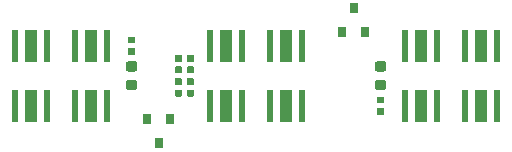
<source format=gbr>
G04 #@! TF.GenerationSoftware,KiCad,Pcbnew,(5.1.4)-1*
G04 #@! TF.CreationDate,2020-07-19T23:42:20-07:00*
G04 #@! TF.ProjectId,SkateLightBackLEDBoard,536b6174-654c-4696-9768-744261636b4c,rev?*
G04 #@! TF.SameCoordinates,Original*
G04 #@! TF.FileFunction,Paste,Top*
G04 #@! TF.FilePolarity,Positive*
%FSLAX46Y46*%
G04 Gerber Fmt 4.6, Leading zero omitted, Abs format (unit mm)*
G04 Created by KiCad (PCBNEW (5.1.4)-1) date 2020-07-19 23:42:20*
%MOMM*%
%LPD*%
G04 APERTURE LIST*
%ADD10R,0.500000X2.700000*%
%ADD11R,1.000000X2.700000*%
%ADD12C,0.100000*%
%ADD13C,0.590000*%
%ADD14C,0.875000*%
%ADD15R,0.800000X0.900000*%
G04 APERTURE END LIST*
D10*
X-20400000Y2540000D03*
X-17700000Y2540000D03*
D11*
X-19050000Y2540000D03*
D12*
G36*
X10727958Y-2730710D02*
G01*
X10742276Y-2732834D01*
X10756317Y-2736351D01*
X10769946Y-2741228D01*
X10783031Y-2747417D01*
X10795447Y-2754858D01*
X10807073Y-2763481D01*
X10817798Y-2773202D01*
X10827519Y-2783927D01*
X10836142Y-2795553D01*
X10843583Y-2807969D01*
X10849772Y-2821054D01*
X10854649Y-2834683D01*
X10858166Y-2848724D01*
X10860290Y-2863042D01*
X10861000Y-2877500D01*
X10861000Y-3172500D01*
X10860290Y-3186958D01*
X10858166Y-3201276D01*
X10854649Y-3215317D01*
X10849772Y-3228946D01*
X10843583Y-3242031D01*
X10836142Y-3254447D01*
X10827519Y-3266073D01*
X10817798Y-3276798D01*
X10807073Y-3286519D01*
X10795447Y-3295142D01*
X10783031Y-3302583D01*
X10769946Y-3308772D01*
X10756317Y-3313649D01*
X10742276Y-3317166D01*
X10727958Y-3319290D01*
X10713500Y-3320000D01*
X10368500Y-3320000D01*
X10354042Y-3319290D01*
X10339724Y-3317166D01*
X10325683Y-3313649D01*
X10312054Y-3308772D01*
X10298969Y-3302583D01*
X10286553Y-3295142D01*
X10274927Y-3286519D01*
X10264202Y-3276798D01*
X10254481Y-3266073D01*
X10245858Y-3254447D01*
X10238417Y-3242031D01*
X10232228Y-3228946D01*
X10227351Y-3215317D01*
X10223834Y-3201276D01*
X10221710Y-3186958D01*
X10221000Y-3172500D01*
X10221000Y-2877500D01*
X10221710Y-2863042D01*
X10223834Y-2848724D01*
X10227351Y-2834683D01*
X10232228Y-2821054D01*
X10238417Y-2807969D01*
X10245858Y-2795553D01*
X10254481Y-2783927D01*
X10264202Y-2773202D01*
X10274927Y-2763481D01*
X10286553Y-2754858D01*
X10298969Y-2747417D01*
X10312054Y-2741228D01*
X10325683Y-2736351D01*
X10339724Y-2732834D01*
X10354042Y-2730710D01*
X10368500Y-2730000D01*
X10713500Y-2730000D01*
X10727958Y-2730710D01*
X10727958Y-2730710D01*
G37*
D13*
X10541000Y-3025000D03*
D12*
G36*
X10727958Y-1760710D02*
G01*
X10742276Y-1762834D01*
X10756317Y-1766351D01*
X10769946Y-1771228D01*
X10783031Y-1777417D01*
X10795447Y-1784858D01*
X10807073Y-1793481D01*
X10817798Y-1803202D01*
X10827519Y-1813927D01*
X10836142Y-1825553D01*
X10843583Y-1837969D01*
X10849772Y-1851054D01*
X10854649Y-1864683D01*
X10858166Y-1878724D01*
X10860290Y-1893042D01*
X10861000Y-1907500D01*
X10861000Y-2202500D01*
X10860290Y-2216958D01*
X10858166Y-2231276D01*
X10854649Y-2245317D01*
X10849772Y-2258946D01*
X10843583Y-2272031D01*
X10836142Y-2284447D01*
X10827519Y-2296073D01*
X10817798Y-2306798D01*
X10807073Y-2316519D01*
X10795447Y-2325142D01*
X10783031Y-2332583D01*
X10769946Y-2338772D01*
X10756317Y-2343649D01*
X10742276Y-2347166D01*
X10727958Y-2349290D01*
X10713500Y-2350000D01*
X10368500Y-2350000D01*
X10354042Y-2349290D01*
X10339724Y-2347166D01*
X10325683Y-2343649D01*
X10312054Y-2338772D01*
X10298969Y-2332583D01*
X10286553Y-2325142D01*
X10274927Y-2316519D01*
X10264202Y-2306798D01*
X10254481Y-2296073D01*
X10245858Y-2284447D01*
X10238417Y-2272031D01*
X10232228Y-2258946D01*
X10227351Y-2245317D01*
X10223834Y-2231276D01*
X10221710Y-2216958D01*
X10221000Y-2202500D01*
X10221000Y-1907500D01*
X10221710Y-1893042D01*
X10223834Y-1878724D01*
X10227351Y-1864683D01*
X10232228Y-1851054D01*
X10238417Y-1837969D01*
X10245858Y-1825553D01*
X10254481Y-1813927D01*
X10264202Y-1803202D01*
X10274927Y-1793481D01*
X10286553Y-1784858D01*
X10298969Y-1777417D01*
X10312054Y-1771228D01*
X10325683Y-1766351D01*
X10339724Y-1762834D01*
X10354042Y-1760710D01*
X10368500Y-1760000D01*
X10713500Y-1760000D01*
X10727958Y-1760710D01*
X10727958Y-1760710D01*
G37*
D13*
X10541000Y-2055000D03*
D12*
G36*
X10818691Y-351053D02*
G01*
X10839926Y-354203D01*
X10860750Y-359419D01*
X10880962Y-366651D01*
X10900368Y-375830D01*
X10918781Y-386866D01*
X10936024Y-399654D01*
X10951930Y-414070D01*
X10966346Y-429976D01*
X10979134Y-447219D01*
X10990170Y-465632D01*
X10999349Y-485038D01*
X11006581Y-505250D01*
X11011797Y-526074D01*
X11014947Y-547309D01*
X11016000Y-568750D01*
X11016000Y-1006250D01*
X11014947Y-1027691D01*
X11011797Y-1048926D01*
X11006581Y-1069750D01*
X10999349Y-1089962D01*
X10990170Y-1109368D01*
X10979134Y-1127781D01*
X10966346Y-1145024D01*
X10951930Y-1160930D01*
X10936024Y-1175346D01*
X10918781Y-1188134D01*
X10900368Y-1199170D01*
X10880962Y-1208349D01*
X10860750Y-1215581D01*
X10839926Y-1220797D01*
X10818691Y-1223947D01*
X10797250Y-1225000D01*
X10284750Y-1225000D01*
X10263309Y-1223947D01*
X10242074Y-1220797D01*
X10221250Y-1215581D01*
X10201038Y-1208349D01*
X10181632Y-1199170D01*
X10163219Y-1188134D01*
X10145976Y-1175346D01*
X10130070Y-1160930D01*
X10115654Y-1145024D01*
X10102866Y-1127781D01*
X10091830Y-1109368D01*
X10082651Y-1089962D01*
X10075419Y-1069750D01*
X10070203Y-1048926D01*
X10067053Y-1027691D01*
X10066000Y-1006250D01*
X10066000Y-568750D01*
X10067053Y-547309D01*
X10070203Y-526074D01*
X10075419Y-505250D01*
X10082651Y-485038D01*
X10091830Y-465632D01*
X10102866Y-447219D01*
X10115654Y-429976D01*
X10130070Y-414070D01*
X10145976Y-399654D01*
X10163219Y-386866D01*
X10181632Y-375830D01*
X10201038Y-366651D01*
X10221250Y-359419D01*
X10242074Y-354203D01*
X10263309Y-351053D01*
X10284750Y-350000D01*
X10797250Y-350000D01*
X10818691Y-351053D01*
X10818691Y-351053D01*
G37*
D14*
X10541000Y-787500D03*
D12*
G36*
X10818691Y1223947D02*
G01*
X10839926Y1220797D01*
X10860750Y1215581D01*
X10880962Y1208349D01*
X10900368Y1199170D01*
X10918781Y1188134D01*
X10936024Y1175346D01*
X10951930Y1160930D01*
X10966346Y1145024D01*
X10979134Y1127781D01*
X10990170Y1109368D01*
X10999349Y1089962D01*
X11006581Y1069750D01*
X11011797Y1048926D01*
X11014947Y1027691D01*
X11016000Y1006250D01*
X11016000Y568750D01*
X11014947Y547309D01*
X11011797Y526074D01*
X11006581Y505250D01*
X10999349Y485038D01*
X10990170Y465632D01*
X10979134Y447219D01*
X10966346Y429976D01*
X10951930Y414070D01*
X10936024Y399654D01*
X10918781Y386866D01*
X10900368Y375830D01*
X10880962Y366651D01*
X10860750Y359419D01*
X10839926Y354203D01*
X10818691Y351053D01*
X10797250Y350000D01*
X10284750Y350000D01*
X10263309Y351053D01*
X10242074Y354203D01*
X10221250Y359419D01*
X10201038Y366651D01*
X10181632Y375830D01*
X10163219Y386866D01*
X10145976Y399654D01*
X10130070Y414070D01*
X10115654Y429976D01*
X10102866Y447219D01*
X10091830Y465632D01*
X10082651Y485038D01*
X10075419Y505250D01*
X10070203Y526074D01*
X10067053Y547309D01*
X10066000Y568750D01*
X10066000Y1006250D01*
X10067053Y1027691D01*
X10070203Y1048926D01*
X10075419Y1069750D01*
X10082651Y1089962D01*
X10091830Y1109368D01*
X10102866Y1127781D01*
X10115654Y1145024D01*
X10130070Y1160930D01*
X10145976Y1175346D01*
X10163219Y1188134D01*
X10181632Y1199170D01*
X10201038Y1208349D01*
X10221250Y1215581D01*
X10242074Y1220797D01*
X10263309Y1223947D01*
X10284750Y1225000D01*
X10797250Y1225000D01*
X10818691Y1223947D01*
X10818691Y1223947D01*
G37*
D14*
X10541000Y787500D03*
D15*
X8255000Y5699000D03*
X9205000Y3699000D03*
X7305000Y3699000D03*
X-8255000Y-5699000D03*
X-9205000Y-3699000D03*
X-7305000Y-3699000D03*
D12*
G36*
X-5373702Y1762850D02*
G01*
X-5359384Y1760726D01*
X-5345343Y1757209D01*
X-5331714Y1752332D01*
X-5318629Y1746143D01*
X-5306213Y1738702D01*
X-5294587Y1730079D01*
X-5283862Y1720358D01*
X-5274141Y1709633D01*
X-5265518Y1698007D01*
X-5258077Y1685591D01*
X-5251888Y1672506D01*
X-5247011Y1658877D01*
X-5243494Y1644836D01*
X-5241370Y1630518D01*
X-5240660Y1616060D01*
X-5240660Y1321060D01*
X-5241370Y1306602D01*
X-5243494Y1292284D01*
X-5247011Y1278243D01*
X-5251888Y1264614D01*
X-5258077Y1251529D01*
X-5265518Y1239113D01*
X-5274141Y1227487D01*
X-5283862Y1216762D01*
X-5294587Y1207041D01*
X-5306213Y1198418D01*
X-5318629Y1190977D01*
X-5331714Y1184788D01*
X-5345343Y1179911D01*
X-5359384Y1176394D01*
X-5373702Y1174270D01*
X-5388160Y1173560D01*
X-5733160Y1173560D01*
X-5747618Y1174270D01*
X-5761936Y1176394D01*
X-5775977Y1179911D01*
X-5789606Y1184788D01*
X-5802691Y1190977D01*
X-5815107Y1198418D01*
X-5826733Y1207041D01*
X-5837458Y1216762D01*
X-5847179Y1227487D01*
X-5855802Y1239113D01*
X-5863243Y1251529D01*
X-5869432Y1264614D01*
X-5874309Y1278243D01*
X-5877826Y1292284D01*
X-5879950Y1306602D01*
X-5880660Y1321060D01*
X-5880660Y1616060D01*
X-5879950Y1630518D01*
X-5877826Y1644836D01*
X-5874309Y1658877D01*
X-5869432Y1672506D01*
X-5863243Y1685591D01*
X-5855802Y1698007D01*
X-5847179Y1709633D01*
X-5837458Y1720358D01*
X-5826733Y1730079D01*
X-5815107Y1738702D01*
X-5802691Y1746143D01*
X-5789606Y1752332D01*
X-5775977Y1757209D01*
X-5761936Y1760726D01*
X-5747618Y1762850D01*
X-5733160Y1763560D01*
X-5388160Y1763560D01*
X-5373702Y1762850D01*
X-5373702Y1762850D01*
G37*
D13*
X-5560660Y1468560D03*
D12*
G36*
X-5373702Y792850D02*
G01*
X-5359384Y790726D01*
X-5345343Y787209D01*
X-5331714Y782332D01*
X-5318629Y776143D01*
X-5306213Y768702D01*
X-5294587Y760079D01*
X-5283862Y750358D01*
X-5274141Y739633D01*
X-5265518Y728007D01*
X-5258077Y715591D01*
X-5251888Y702506D01*
X-5247011Y688877D01*
X-5243494Y674836D01*
X-5241370Y660518D01*
X-5240660Y646060D01*
X-5240660Y351060D01*
X-5241370Y336602D01*
X-5243494Y322284D01*
X-5247011Y308243D01*
X-5251888Y294614D01*
X-5258077Y281529D01*
X-5265518Y269113D01*
X-5274141Y257487D01*
X-5283862Y246762D01*
X-5294587Y237041D01*
X-5306213Y228418D01*
X-5318629Y220977D01*
X-5331714Y214788D01*
X-5345343Y209911D01*
X-5359384Y206394D01*
X-5373702Y204270D01*
X-5388160Y203560D01*
X-5733160Y203560D01*
X-5747618Y204270D01*
X-5761936Y206394D01*
X-5775977Y209911D01*
X-5789606Y214788D01*
X-5802691Y220977D01*
X-5815107Y228418D01*
X-5826733Y237041D01*
X-5837458Y246762D01*
X-5847179Y257487D01*
X-5855802Y269113D01*
X-5863243Y281529D01*
X-5869432Y294614D01*
X-5874309Y308243D01*
X-5877826Y322284D01*
X-5879950Y336602D01*
X-5880660Y351060D01*
X-5880660Y646060D01*
X-5879950Y660518D01*
X-5877826Y674836D01*
X-5874309Y688877D01*
X-5869432Y702506D01*
X-5863243Y715591D01*
X-5855802Y728007D01*
X-5847179Y739633D01*
X-5837458Y750358D01*
X-5826733Y760079D01*
X-5815107Y768702D01*
X-5802691Y776143D01*
X-5789606Y782332D01*
X-5775977Y787209D01*
X-5761936Y790726D01*
X-5747618Y792850D01*
X-5733160Y793560D01*
X-5388160Y793560D01*
X-5373702Y792850D01*
X-5373702Y792850D01*
G37*
D13*
X-5560660Y498560D03*
D12*
G36*
X-6389702Y1762850D02*
G01*
X-6375384Y1760726D01*
X-6361343Y1757209D01*
X-6347714Y1752332D01*
X-6334629Y1746143D01*
X-6322213Y1738702D01*
X-6310587Y1730079D01*
X-6299862Y1720358D01*
X-6290141Y1709633D01*
X-6281518Y1698007D01*
X-6274077Y1685591D01*
X-6267888Y1672506D01*
X-6263011Y1658877D01*
X-6259494Y1644836D01*
X-6257370Y1630518D01*
X-6256660Y1616060D01*
X-6256660Y1321060D01*
X-6257370Y1306602D01*
X-6259494Y1292284D01*
X-6263011Y1278243D01*
X-6267888Y1264614D01*
X-6274077Y1251529D01*
X-6281518Y1239113D01*
X-6290141Y1227487D01*
X-6299862Y1216762D01*
X-6310587Y1207041D01*
X-6322213Y1198418D01*
X-6334629Y1190977D01*
X-6347714Y1184788D01*
X-6361343Y1179911D01*
X-6375384Y1176394D01*
X-6389702Y1174270D01*
X-6404160Y1173560D01*
X-6749160Y1173560D01*
X-6763618Y1174270D01*
X-6777936Y1176394D01*
X-6791977Y1179911D01*
X-6805606Y1184788D01*
X-6818691Y1190977D01*
X-6831107Y1198418D01*
X-6842733Y1207041D01*
X-6853458Y1216762D01*
X-6863179Y1227487D01*
X-6871802Y1239113D01*
X-6879243Y1251529D01*
X-6885432Y1264614D01*
X-6890309Y1278243D01*
X-6893826Y1292284D01*
X-6895950Y1306602D01*
X-6896660Y1321060D01*
X-6896660Y1616060D01*
X-6895950Y1630518D01*
X-6893826Y1644836D01*
X-6890309Y1658877D01*
X-6885432Y1672506D01*
X-6879243Y1685591D01*
X-6871802Y1698007D01*
X-6863179Y1709633D01*
X-6853458Y1720358D01*
X-6842733Y1730079D01*
X-6831107Y1738702D01*
X-6818691Y1746143D01*
X-6805606Y1752332D01*
X-6791977Y1757209D01*
X-6777936Y1760726D01*
X-6763618Y1762850D01*
X-6749160Y1763560D01*
X-6404160Y1763560D01*
X-6389702Y1762850D01*
X-6389702Y1762850D01*
G37*
D13*
X-6576660Y1468560D03*
D12*
G36*
X-6389702Y792850D02*
G01*
X-6375384Y790726D01*
X-6361343Y787209D01*
X-6347714Y782332D01*
X-6334629Y776143D01*
X-6322213Y768702D01*
X-6310587Y760079D01*
X-6299862Y750358D01*
X-6290141Y739633D01*
X-6281518Y728007D01*
X-6274077Y715591D01*
X-6267888Y702506D01*
X-6263011Y688877D01*
X-6259494Y674836D01*
X-6257370Y660518D01*
X-6256660Y646060D01*
X-6256660Y351060D01*
X-6257370Y336602D01*
X-6259494Y322284D01*
X-6263011Y308243D01*
X-6267888Y294614D01*
X-6274077Y281529D01*
X-6281518Y269113D01*
X-6290141Y257487D01*
X-6299862Y246762D01*
X-6310587Y237041D01*
X-6322213Y228418D01*
X-6334629Y220977D01*
X-6347714Y214788D01*
X-6361343Y209911D01*
X-6375384Y206394D01*
X-6389702Y204270D01*
X-6404160Y203560D01*
X-6749160Y203560D01*
X-6763618Y204270D01*
X-6777936Y206394D01*
X-6791977Y209911D01*
X-6805606Y214788D01*
X-6818691Y220977D01*
X-6831107Y228418D01*
X-6842733Y237041D01*
X-6853458Y246762D01*
X-6863179Y257487D01*
X-6871802Y269113D01*
X-6879243Y281529D01*
X-6885432Y294614D01*
X-6890309Y308243D01*
X-6893826Y322284D01*
X-6895950Y336602D01*
X-6896660Y351060D01*
X-6896660Y646060D01*
X-6895950Y660518D01*
X-6893826Y674836D01*
X-6890309Y688877D01*
X-6885432Y702506D01*
X-6879243Y715591D01*
X-6871802Y728007D01*
X-6863179Y739633D01*
X-6853458Y750358D01*
X-6842733Y760079D01*
X-6831107Y768702D01*
X-6818691Y776143D01*
X-6805606Y782332D01*
X-6791977Y787209D01*
X-6777936Y790726D01*
X-6763618Y792850D01*
X-6749160Y793560D01*
X-6404160Y793560D01*
X-6389702Y792850D01*
X-6389702Y792850D01*
G37*
D13*
X-6576660Y498560D03*
D12*
G36*
X-10263309Y1223947D02*
G01*
X-10242074Y1220797D01*
X-10221250Y1215581D01*
X-10201038Y1208349D01*
X-10181632Y1199170D01*
X-10163219Y1188134D01*
X-10145976Y1175346D01*
X-10130070Y1160930D01*
X-10115654Y1145024D01*
X-10102866Y1127781D01*
X-10091830Y1109368D01*
X-10082651Y1089962D01*
X-10075419Y1069750D01*
X-10070203Y1048926D01*
X-10067053Y1027691D01*
X-10066000Y1006250D01*
X-10066000Y568750D01*
X-10067053Y547309D01*
X-10070203Y526074D01*
X-10075419Y505250D01*
X-10082651Y485038D01*
X-10091830Y465632D01*
X-10102866Y447219D01*
X-10115654Y429976D01*
X-10130070Y414070D01*
X-10145976Y399654D01*
X-10163219Y386866D01*
X-10181632Y375830D01*
X-10201038Y366651D01*
X-10221250Y359419D01*
X-10242074Y354203D01*
X-10263309Y351053D01*
X-10284750Y350000D01*
X-10797250Y350000D01*
X-10818691Y351053D01*
X-10839926Y354203D01*
X-10860750Y359419D01*
X-10880962Y366651D01*
X-10900368Y375830D01*
X-10918781Y386866D01*
X-10936024Y399654D01*
X-10951930Y414070D01*
X-10966346Y429976D01*
X-10979134Y447219D01*
X-10990170Y465632D01*
X-10999349Y485038D01*
X-11006581Y505250D01*
X-11011797Y526074D01*
X-11014947Y547309D01*
X-11016000Y568750D01*
X-11016000Y1006250D01*
X-11014947Y1027691D01*
X-11011797Y1048926D01*
X-11006581Y1069750D01*
X-10999349Y1089962D01*
X-10990170Y1109368D01*
X-10979134Y1127781D01*
X-10966346Y1145024D01*
X-10951930Y1160930D01*
X-10936024Y1175346D01*
X-10918781Y1188134D01*
X-10900368Y1199170D01*
X-10880962Y1208349D01*
X-10860750Y1215581D01*
X-10839926Y1220797D01*
X-10818691Y1223947D01*
X-10797250Y1225000D01*
X-10284750Y1225000D01*
X-10263309Y1223947D01*
X-10263309Y1223947D01*
G37*
D14*
X-10541000Y787500D03*
D12*
G36*
X-10263309Y-351053D02*
G01*
X-10242074Y-354203D01*
X-10221250Y-359419D01*
X-10201038Y-366651D01*
X-10181632Y-375830D01*
X-10163219Y-386866D01*
X-10145976Y-399654D01*
X-10130070Y-414070D01*
X-10115654Y-429976D01*
X-10102866Y-447219D01*
X-10091830Y-465632D01*
X-10082651Y-485038D01*
X-10075419Y-505250D01*
X-10070203Y-526074D01*
X-10067053Y-547309D01*
X-10066000Y-568750D01*
X-10066000Y-1006250D01*
X-10067053Y-1027691D01*
X-10070203Y-1048926D01*
X-10075419Y-1069750D01*
X-10082651Y-1089962D01*
X-10091830Y-1109368D01*
X-10102866Y-1127781D01*
X-10115654Y-1145024D01*
X-10130070Y-1160930D01*
X-10145976Y-1175346D01*
X-10163219Y-1188134D01*
X-10181632Y-1199170D01*
X-10201038Y-1208349D01*
X-10221250Y-1215581D01*
X-10242074Y-1220797D01*
X-10263309Y-1223947D01*
X-10284750Y-1225000D01*
X-10797250Y-1225000D01*
X-10818691Y-1223947D01*
X-10839926Y-1220797D01*
X-10860750Y-1215581D01*
X-10880962Y-1208349D01*
X-10900368Y-1199170D01*
X-10918781Y-1188134D01*
X-10936024Y-1175346D01*
X-10951930Y-1160930D01*
X-10966346Y-1145024D01*
X-10979134Y-1127781D01*
X-10990170Y-1109368D01*
X-10999349Y-1089962D01*
X-11006581Y-1069750D01*
X-11011797Y-1048926D01*
X-11014947Y-1027691D01*
X-11016000Y-1006250D01*
X-11016000Y-568750D01*
X-11014947Y-547309D01*
X-11011797Y-526074D01*
X-11006581Y-505250D01*
X-10999349Y-485038D01*
X-10990170Y-465632D01*
X-10979134Y-447219D01*
X-10966346Y-429976D01*
X-10951930Y-414070D01*
X-10936024Y-399654D01*
X-10918781Y-386866D01*
X-10900368Y-375830D01*
X-10880962Y-366651D01*
X-10860750Y-359419D01*
X-10839926Y-354203D01*
X-10818691Y-351053D01*
X-10797250Y-350000D01*
X-10284750Y-350000D01*
X-10263309Y-351053D01*
X-10263309Y-351053D01*
G37*
D14*
X-10541000Y-787500D03*
D12*
G36*
X-10354042Y3319290D02*
G01*
X-10339724Y3317166D01*
X-10325683Y3313649D01*
X-10312054Y3308772D01*
X-10298969Y3302583D01*
X-10286553Y3295142D01*
X-10274927Y3286519D01*
X-10264202Y3276798D01*
X-10254481Y3266073D01*
X-10245858Y3254447D01*
X-10238417Y3242031D01*
X-10232228Y3228946D01*
X-10227351Y3215317D01*
X-10223834Y3201276D01*
X-10221710Y3186958D01*
X-10221000Y3172500D01*
X-10221000Y2877500D01*
X-10221710Y2863042D01*
X-10223834Y2848724D01*
X-10227351Y2834683D01*
X-10232228Y2821054D01*
X-10238417Y2807969D01*
X-10245858Y2795553D01*
X-10254481Y2783927D01*
X-10264202Y2773202D01*
X-10274927Y2763481D01*
X-10286553Y2754858D01*
X-10298969Y2747417D01*
X-10312054Y2741228D01*
X-10325683Y2736351D01*
X-10339724Y2732834D01*
X-10354042Y2730710D01*
X-10368500Y2730000D01*
X-10713500Y2730000D01*
X-10727958Y2730710D01*
X-10742276Y2732834D01*
X-10756317Y2736351D01*
X-10769946Y2741228D01*
X-10783031Y2747417D01*
X-10795447Y2754858D01*
X-10807073Y2763481D01*
X-10817798Y2773202D01*
X-10827519Y2783927D01*
X-10836142Y2795553D01*
X-10843583Y2807969D01*
X-10849772Y2821054D01*
X-10854649Y2834683D01*
X-10858166Y2848724D01*
X-10860290Y2863042D01*
X-10861000Y2877500D01*
X-10861000Y3172500D01*
X-10860290Y3186958D01*
X-10858166Y3201276D01*
X-10854649Y3215317D01*
X-10849772Y3228946D01*
X-10843583Y3242031D01*
X-10836142Y3254447D01*
X-10827519Y3266073D01*
X-10817798Y3276798D01*
X-10807073Y3286519D01*
X-10795447Y3295142D01*
X-10783031Y3302583D01*
X-10769946Y3308772D01*
X-10756317Y3313649D01*
X-10742276Y3317166D01*
X-10727958Y3319290D01*
X-10713500Y3320000D01*
X-10368500Y3320000D01*
X-10354042Y3319290D01*
X-10354042Y3319290D01*
G37*
D13*
X-10541000Y3025000D03*
D12*
G36*
X-10354042Y2349290D02*
G01*
X-10339724Y2347166D01*
X-10325683Y2343649D01*
X-10312054Y2338772D01*
X-10298969Y2332583D01*
X-10286553Y2325142D01*
X-10274927Y2316519D01*
X-10264202Y2306798D01*
X-10254481Y2296073D01*
X-10245858Y2284447D01*
X-10238417Y2272031D01*
X-10232228Y2258946D01*
X-10227351Y2245317D01*
X-10223834Y2231276D01*
X-10221710Y2216958D01*
X-10221000Y2202500D01*
X-10221000Y1907500D01*
X-10221710Y1893042D01*
X-10223834Y1878724D01*
X-10227351Y1864683D01*
X-10232228Y1851054D01*
X-10238417Y1837969D01*
X-10245858Y1825553D01*
X-10254481Y1813927D01*
X-10264202Y1803202D01*
X-10274927Y1793481D01*
X-10286553Y1784858D01*
X-10298969Y1777417D01*
X-10312054Y1771228D01*
X-10325683Y1766351D01*
X-10339724Y1762834D01*
X-10354042Y1760710D01*
X-10368500Y1760000D01*
X-10713500Y1760000D01*
X-10727958Y1760710D01*
X-10742276Y1762834D01*
X-10756317Y1766351D01*
X-10769946Y1771228D01*
X-10783031Y1777417D01*
X-10795447Y1784858D01*
X-10807073Y1793481D01*
X-10817798Y1803202D01*
X-10827519Y1813927D01*
X-10836142Y1825553D01*
X-10843583Y1837969D01*
X-10849772Y1851054D01*
X-10854649Y1864683D01*
X-10858166Y1878724D01*
X-10860290Y1893042D01*
X-10861000Y1907500D01*
X-10861000Y2202500D01*
X-10860290Y2216958D01*
X-10858166Y2231276D01*
X-10854649Y2245317D01*
X-10849772Y2258946D01*
X-10843583Y2272031D01*
X-10836142Y2284447D01*
X-10827519Y2296073D01*
X-10817798Y2306798D01*
X-10807073Y2316519D01*
X-10795447Y2325142D01*
X-10783031Y2332583D01*
X-10769946Y2338772D01*
X-10756317Y2343649D01*
X-10742276Y2347166D01*
X-10727958Y2349290D01*
X-10713500Y2350000D01*
X-10368500Y2350000D01*
X-10354042Y2349290D01*
X-10354042Y2349290D01*
G37*
D13*
X-10541000Y2055000D03*
D12*
G36*
X-5373702Y-1175650D02*
G01*
X-5359384Y-1177774D01*
X-5345343Y-1181291D01*
X-5331714Y-1186168D01*
X-5318629Y-1192357D01*
X-5306213Y-1199798D01*
X-5294587Y-1208421D01*
X-5283862Y-1218142D01*
X-5274141Y-1228867D01*
X-5265518Y-1240493D01*
X-5258077Y-1252909D01*
X-5251888Y-1265994D01*
X-5247011Y-1279623D01*
X-5243494Y-1293664D01*
X-5241370Y-1307982D01*
X-5240660Y-1322440D01*
X-5240660Y-1617440D01*
X-5241370Y-1631898D01*
X-5243494Y-1646216D01*
X-5247011Y-1660257D01*
X-5251888Y-1673886D01*
X-5258077Y-1686971D01*
X-5265518Y-1699387D01*
X-5274141Y-1711013D01*
X-5283862Y-1721738D01*
X-5294587Y-1731459D01*
X-5306213Y-1740082D01*
X-5318629Y-1747523D01*
X-5331714Y-1753712D01*
X-5345343Y-1758589D01*
X-5359384Y-1762106D01*
X-5373702Y-1764230D01*
X-5388160Y-1764940D01*
X-5733160Y-1764940D01*
X-5747618Y-1764230D01*
X-5761936Y-1762106D01*
X-5775977Y-1758589D01*
X-5789606Y-1753712D01*
X-5802691Y-1747523D01*
X-5815107Y-1740082D01*
X-5826733Y-1731459D01*
X-5837458Y-1721738D01*
X-5847179Y-1711013D01*
X-5855802Y-1699387D01*
X-5863243Y-1686971D01*
X-5869432Y-1673886D01*
X-5874309Y-1660257D01*
X-5877826Y-1646216D01*
X-5879950Y-1631898D01*
X-5880660Y-1617440D01*
X-5880660Y-1322440D01*
X-5879950Y-1307982D01*
X-5877826Y-1293664D01*
X-5874309Y-1279623D01*
X-5869432Y-1265994D01*
X-5863243Y-1252909D01*
X-5855802Y-1240493D01*
X-5847179Y-1228867D01*
X-5837458Y-1218142D01*
X-5826733Y-1208421D01*
X-5815107Y-1199798D01*
X-5802691Y-1192357D01*
X-5789606Y-1186168D01*
X-5775977Y-1181291D01*
X-5761936Y-1177774D01*
X-5747618Y-1175650D01*
X-5733160Y-1174940D01*
X-5388160Y-1174940D01*
X-5373702Y-1175650D01*
X-5373702Y-1175650D01*
G37*
D13*
X-5560660Y-1469940D03*
D12*
G36*
X-5373702Y-205650D02*
G01*
X-5359384Y-207774D01*
X-5345343Y-211291D01*
X-5331714Y-216168D01*
X-5318629Y-222357D01*
X-5306213Y-229798D01*
X-5294587Y-238421D01*
X-5283862Y-248142D01*
X-5274141Y-258867D01*
X-5265518Y-270493D01*
X-5258077Y-282909D01*
X-5251888Y-295994D01*
X-5247011Y-309623D01*
X-5243494Y-323664D01*
X-5241370Y-337982D01*
X-5240660Y-352440D01*
X-5240660Y-647440D01*
X-5241370Y-661898D01*
X-5243494Y-676216D01*
X-5247011Y-690257D01*
X-5251888Y-703886D01*
X-5258077Y-716971D01*
X-5265518Y-729387D01*
X-5274141Y-741013D01*
X-5283862Y-751738D01*
X-5294587Y-761459D01*
X-5306213Y-770082D01*
X-5318629Y-777523D01*
X-5331714Y-783712D01*
X-5345343Y-788589D01*
X-5359384Y-792106D01*
X-5373702Y-794230D01*
X-5388160Y-794940D01*
X-5733160Y-794940D01*
X-5747618Y-794230D01*
X-5761936Y-792106D01*
X-5775977Y-788589D01*
X-5789606Y-783712D01*
X-5802691Y-777523D01*
X-5815107Y-770082D01*
X-5826733Y-761459D01*
X-5837458Y-751738D01*
X-5847179Y-741013D01*
X-5855802Y-729387D01*
X-5863243Y-716971D01*
X-5869432Y-703886D01*
X-5874309Y-690257D01*
X-5877826Y-676216D01*
X-5879950Y-661898D01*
X-5880660Y-647440D01*
X-5880660Y-352440D01*
X-5879950Y-337982D01*
X-5877826Y-323664D01*
X-5874309Y-309623D01*
X-5869432Y-295994D01*
X-5863243Y-282909D01*
X-5855802Y-270493D01*
X-5847179Y-258867D01*
X-5837458Y-248142D01*
X-5826733Y-238421D01*
X-5815107Y-229798D01*
X-5802691Y-222357D01*
X-5789606Y-216168D01*
X-5775977Y-211291D01*
X-5761936Y-207774D01*
X-5747618Y-205650D01*
X-5733160Y-204940D01*
X-5388160Y-204940D01*
X-5373702Y-205650D01*
X-5373702Y-205650D01*
G37*
D13*
X-5560660Y-499940D03*
D12*
G36*
X-6389702Y-1175650D02*
G01*
X-6375384Y-1177774D01*
X-6361343Y-1181291D01*
X-6347714Y-1186168D01*
X-6334629Y-1192357D01*
X-6322213Y-1199798D01*
X-6310587Y-1208421D01*
X-6299862Y-1218142D01*
X-6290141Y-1228867D01*
X-6281518Y-1240493D01*
X-6274077Y-1252909D01*
X-6267888Y-1265994D01*
X-6263011Y-1279623D01*
X-6259494Y-1293664D01*
X-6257370Y-1307982D01*
X-6256660Y-1322440D01*
X-6256660Y-1617440D01*
X-6257370Y-1631898D01*
X-6259494Y-1646216D01*
X-6263011Y-1660257D01*
X-6267888Y-1673886D01*
X-6274077Y-1686971D01*
X-6281518Y-1699387D01*
X-6290141Y-1711013D01*
X-6299862Y-1721738D01*
X-6310587Y-1731459D01*
X-6322213Y-1740082D01*
X-6334629Y-1747523D01*
X-6347714Y-1753712D01*
X-6361343Y-1758589D01*
X-6375384Y-1762106D01*
X-6389702Y-1764230D01*
X-6404160Y-1764940D01*
X-6749160Y-1764940D01*
X-6763618Y-1764230D01*
X-6777936Y-1762106D01*
X-6791977Y-1758589D01*
X-6805606Y-1753712D01*
X-6818691Y-1747523D01*
X-6831107Y-1740082D01*
X-6842733Y-1731459D01*
X-6853458Y-1721738D01*
X-6863179Y-1711013D01*
X-6871802Y-1699387D01*
X-6879243Y-1686971D01*
X-6885432Y-1673886D01*
X-6890309Y-1660257D01*
X-6893826Y-1646216D01*
X-6895950Y-1631898D01*
X-6896660Y-1617440D01*
X-6896660Y-1322440D01*
X-6895950Y-1307982D01*
X-6893826Y-1293664D01*
X-6890309Y-1279623D01*
X-6885432Y-1265994D01*
X-6879243Y-1252909D01*
X-6871802Y-1240493D01*
X-6863179Y-1228867D01*
X-6853458Y-1218142D01*
X-6842733Y-1208421D01*
X-6831107Y-1199798D01*
X-6818691Y-1192357D01*
X-6805606Y-1186168D01*
X-6791977Y-1181291D01*
X-6777936Y-1177774D01*
X-6763618Y-1175650D01*
X-6749160Y-1174940D01*
X-6404160Y-1174940D01*
X-6389702Y-1175650D01*
X-6389702Y-1175650D01*
G37*
D13*
X-6576660Y-1469940D03*
D12*
G36*
X-6389702Y-205650D02*
G01*
X-6375384Y-207774D01*
X-6361343Y-211291D01*
X-6347714Y-216168D01*
X-6334629Y-222357D01*
X-6322213Y-229798D01*
X-6310587Y-238421D01*
X-6299862Y-248142D01*
X-6290141Y-258867D01*
X-6281518Y-270493D01*
X-6274077Y-282909D01*
X-6267888Y-295994D01*
X-6263011Y-309623D01*
X-6259494Y-323664D01*
X-6257370Y-337982D01*
X-6256660Y-352440D01*
X-6256660Y-647440D01*
X-6257370Y-661898D01*
X-6259494Y-676216D01*
X-6263011Y-690257D01*
X-6267888Y-703886D01*
X-6274077Y-716971D01*
X-6281518Y-729387D01*
X-6290141Y-741013D01*
X-6299862Y-751738D01*
X-6310587Y-761459D01*
X-6322213Y-770082D01*
X-6334629Y-777523D01*
X-6347714Y-783712D01*
X-6361343Y-788589D01*
X-6375384Y-792106D01*
X-6389702Y-794230D01*
X-6404160Y-794940D01*
X-6749160Y-794940D01*
X-6763618Y-794230D01*
X-6777936Y-792106D01*
X-6791977Y-788589D01*
X-6805606Y-783712D01*
X-6818691Y-777523D01*
X-6831107Y-770082D01*
X-6842733Y-761459D01*
X-6853458Y-751738D01*
X-6863179Y-741013D01*
X-6871802Y-729387D01*
X-6879243Y-716971D01*
X-6885432Y-703886D01*
X-6890309Y-690257D01*
X-6893826Y-676216D01*
X-6895950Y-661898D01*
X-6896660Y-647440D01*
X-6896660Y-352440D01*
X-6895950Y-337982D01*
X-6893826Y-323664D01*
X-6890309Y-309623D01*
X-6885432Y-295994D01*
X-6879243Y-282909D01*
X-6871802Y-270493D01*
X-6863179Y-258867D01*
X-6853458Y-248142D01*
X-6842733Y-238421D01*
X-6831107Y-229798D01*
X-6818691Y-222357D01*
X-6805606Y-216168D01*
X-6791977Y-211291D01*
X-6777936Y-207774D01*
X-6763618Y-205650D01*
X-6749160Y-204940D01*
X-6404160Y-204940D01*
X-6389702Y-205650D01*
X-6389702Y-205650D01*
G37*
D13*
X-6576660Y-499940D03*
D11*
X-13970000Y-2540000D03*
D10*
X-15320000Y-2540000D03*
X-12620000Y-2540000D03*
X-17700000Y-2540000D03*
X-20400000Y-2540000D03*
D11*
X-19050000Y-2540000D03*
X-13970000Y2540000D03*
D10*
X-12620000Y2540000D03*
X-15320000Y2540000D03*
D11*
X-2540000Y2540000D03*
D10*
X-1190000Y2540000D03*
X-3890000Y2540000D03*
X1190000Y2540000D03*
X3890000Y2540000D03*
D11*
X2540000Y2540000D03*
X-2540000Y-2540000D03*
D10*
X-1190000Y-2540000D03*
X-3890000Y-2540000D03*
D11*
X2540000Y-2540000D03*
D10*
X3890000Y-2540000D03*
X1190000Y-2540000D03*
X12620000Y-2540000D03*
X15320000Y-2540000D03*
D11*
X13970000Y-2540000D03*
D10*
X17700000Y-2540000D03*
X20400000Y-2540000D03*
D11*
X19050000Y-2540000D03*
X19050000Y2540000D03*
D10*
X17700000Y2540000D03*
X20400000Y2540000D03*
X15320000Y2540000D03*
X12620000Y2540000D03*
D11*
X13970000Y2540000D03*
M02*

</source>
